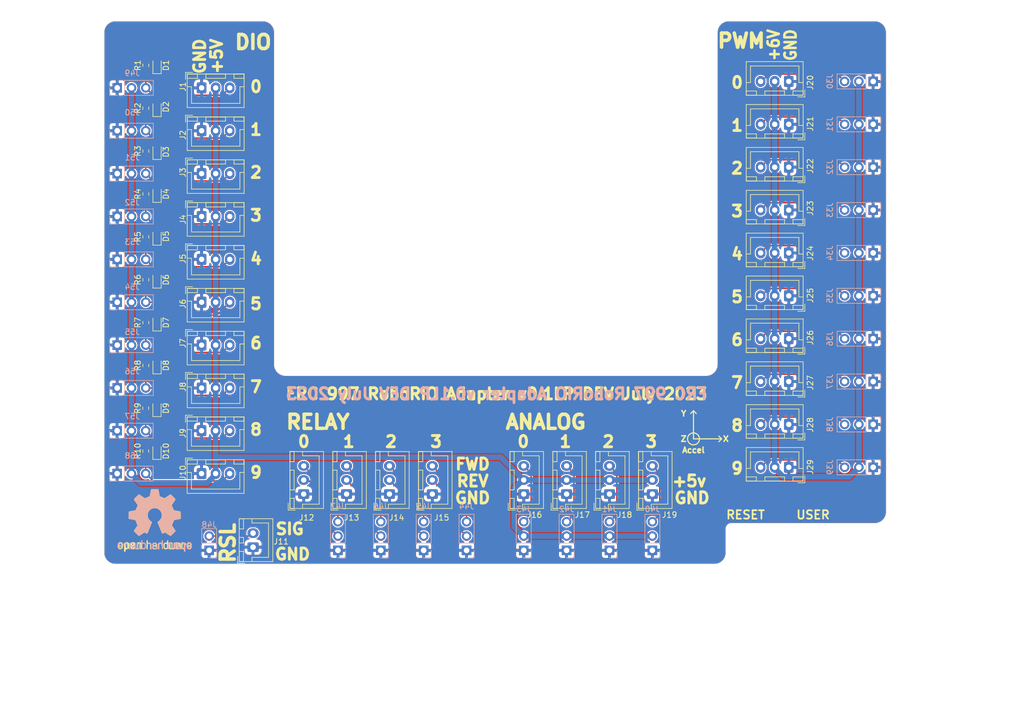
<source format=kicad_pcb>
(kicad_pcb (version 20221018) (generator pcbnew)
  (layers (0 "F.Cu" mixed) (1 "In1.Cu" power) (2 "In2.Cu" power) (31 "B.Cu" power) (34 "B.Paste" user) (35 "F.Paste" user) (36 "B.SilkS" user "B.Silkscreen") (37 "F.SilkS" user "F.Silkscreen") (38 "B.Mask" user) (39 "F.Mask" user) (44 "Edge.Cuts" user))
  (net 0 "")
  (net 1 "GND")
  (net 2 "+5V")
  (net 3 "Net-(D1-A)")
  (net 4 "Net-(D2-A)")
  (net 5 "Net-(D3-A)")
  (net 6 "Net-(D4-A)")
  (net 7 "Net-(D5-A)")
  (net 8 "Net-(D6-A)")
  (net 9 "Net-(D7-A)")
  (net 10 "Net-(D8-A)")
  (net 11 "DIO9")
  (net 12 "DIO8")
  (net 13 "DIO6")
  (net 14 "DIO7")
  (net 15 "DIO3")
  (net 16 "DIO1")
  (net 17 "DIO2")
  (net 18 "DIO4")
  (net 19 "DIO5")
  (net 20 "DIO0")
  (net 21 "Net-(D9-A)")
  (net 22 "RSL_SIG")
  (net 23 "R0REV")
  (net 24 "R0FWD")
  (net 25 "R1REV")
  (net 26 "R1FWD")
  (net 27 "R2REV")
  (net 28 "R2FWD")
  (net 29 "R3REV")
  (net 30 "R3FWD")
  (net 31 "A0")
  (net 32 "A1")
  (net 33 "A2")
  (net 34 "A3")
  (net 35 "+6V")
  (net 36 "PWM0")
  (net 37 "PWM1")
  (net 38 "PWM2")
  (net 39 "PWM3")
  (net 40 "PWM4")
  (net 41 "PWM5")
  (net 42 "PWM6")
  (net 43 "PWM7")
  (net 44 "PWM8")
  (net 45 "PWM9")
  (net 46 "Net-(D10-A)")
  (footprint "Connector_JST:JST_XH_B3B-XH-A_1x03_P2.50mm_Vertical" (layer "F.Cu") (at 186.4341 50.2218 180)
    (fp_text reference "J20")
    (fp_text value "Conn_01x03" hide)
  )
  (footprint "Connector_JST:JST_XH_B3B-XH-A_1x03_P2.50mm_Vertical" (layer "F.Cu") (at 82.0831 104.7044)
    (fp_text reference "J8")
    (fp_text value "Conn_01x03" hide)
  )
  (footprint "Connector_JST:JST_XH_B3B-XH-A_1x03_P2.50mm_Vertical" (layer "F.Cu") (at 162.1911 123.5592 90)
    (fp_text reference "J19")
    (fp_text value "Conn_01x03" hide)
  )
  (footprint "Resistor_SMD:R_0603_1608Metric" (layer "F.Cu") (at 72.1631 62.6044 90)
    (fp_text reference "R3")
    (fp_text value "680" hide)
  )
  (footprint "Connector_JST:JST_XH_B3B-XH-A_1x03_P2.50mm_Vertical" (layer "F.Cu") (at 186.4341 80.7018 180)
    (fp_text reference "J24")
    (fp_text value "Conn_01x03" hide)
  )
  (footprint "Connector_JST:JST_XH_B3B-XH-A_1x03_P2.50mm_Vertical" (layer "F.Cu") (at 186.4341 88.3218 180)
    (fp_text reference "J25")
    (fp_text value "Conn_01x03" hide)
  )
  (footprint "Connector_JST:JST_XH_B3B-XH-A_1x03_P2.50mm_Vertical" (layer "F.Cu") (at 100.225 123.5592 90)
    (fp_text reference "J12")
    (fp_text value "Conn_01x03" hide)
  )
  (footprint "Connector_JST:JST_XH_B3B-XH-A_1x03_P2.50mm_Vertical" (layer "F.Cu") (at 115.465 123.5592 90)
    (fp_text reference "J14")
    (fp_text value "Conn_01x03" hide)
  )
  (footprint "Connector_JST:JST_XH_B3B-XH-A_1x03_P2.50mm_Vertical" (layer "F.Cu") (at 82.0831 58.9844)
    (fp_text reference "J2")
    (fp_text value "Conn_01x03" hide)
  )
  (footprint "Connector_JST:JST_XH_B3B-XH-A_1x03_P2.50mm_Vertical" (layer "F.Cu") (at 186.4341 65.4618 180)
    (fp_text reference "J22")
    (fp_text value "Conn_01x03" hide)
  )
  (footprint "Connector_JST:JST_XH_B3B-XH-A_1x03_P2.50mm_Vertical" (layer "F.Cu") (at 82.0831 97.0844)
    (fp_text reference "J7")
    (fp_text value "Conn_01x03" hide)
  )
  (footprint "Connector_JST:JST_XH_B3B-XH-A_1x03_P2.50mm_Vertical" (layer "F.Cu") (at 139.3311 123.5592 90)
    (fp_text reference "J16")
    (fp_text value "Conn_01x03" hide)
  )
  (footprint "Resistor_SMD:R_0603_1608Metric" (layer "F.Cu") (at 72.1631 100.7044 90)
    (fp_text reference "R8")
    (fp_text value "680" hide)
  )
  (footprint "Connector_JST:JST_XH_B3B-XH-A_1x03_P2.50mm_Vertical" (layer "F.Cu") (at 186.4341 118.8018 180)
    (fp_text reference "J29")
    (fp_text value "Conn_01x03" hide)
  )
  (footprint "Connector_JST:JST_XH_B3B-XH-A_1x03_P2.50mm_Vertical" (layer "F.Cu") (at 82.0681 112.2994)
    (fp_text reference "J9")
    (fp_text value "Conn_01x03" hide)
  )
  (footprint "LED_SMD:LED_0603_1608Metric" (layer "F.Cu") (at 74.1481 115.9194 90)
    (fp_text reference "D10")
    (fp_text value "YELLOW" hide)
  )
  (footprint "Symbol:OSHW-Logo2_14.6x12mm_SilkScreen" (layer "F.Cu") (at 73.75 128.25)
    (fp_text reference "REF**" hide)
    (fp_text value "OSHW-Logo2_14.6x12mm_SilkScreen" hide)
  )
  (footprint "Connector_JST:JST_XH_B3B-XH-A_1x03_P2.50mm_Vertical" (layer "F.Cu") (at 107.845 123.5592 90)
    (fp_text reference "J13")
    (fp_text value "Conn_01x03" hide)
  )
  (footprint "Resistor_SMD:R_0603_1608Metric" (layer "F.Cu") (at 72.1631 93.0844 90)
    (fp_text reference "R7")
    (fp_text value "680" hide)
  )
  (footprint "Connector_JST:JST_XH_B3B-XH-A_1x03_P2.50mm_Vertical" (layer "F.Cu") (at 82.0831 66.6044)
    (fp_text reference "J3")
    (fp_text value "Conn_01x03" hide)
  )
  (footprint "LED_SMD:LED_0603_1608Metric" (layer "F.Cu") (at 74.1631 54.9844 90)
    (fp_text reference "D2")
    (fp_text value "YELLOW" hide)
  )
  (footprint "Resistor_SMD:R_0603_1608Metric" (layer "F.Cu") (at 72.1631 54.9844 90)
    (fp_text reference "R2")
    (fp_text value "680" hide)
  )
  (footprint "LED_SMD:LED_0603_1608Metric" (layer "F.Cu") (at 74.1631 77.8444 90)
    (fp_text reference "D5")
    (fp_text value "RED" hide)
  )
  (footprint "Connector_JST:JST_XH_B3B-XH-A_1x03_P2.50mm_Vertical" (layer "F.Cu") (at 82.0681 119.9194)
    (fp_text reference "J10")
    (fp_text value "Conn_01x03" hide)
  )
  (footprint "Connector_JST:JST_XH_B2B-XH-A_1x02_P2.50mm_Vertical" (layer "F.Cu") (at 91.225 133 90)
    (fp_text reference "J11")
    (fp_text value "Conn_01x02" hide)
  )
  (footprint "Connector_JST:JST_XH_B3B-XH-A_1x03_P2.50mm_Vertical" (layer "F.Cu") (at 82.0831 89.4644)
    (fp_text reference "J6")
    (fp_text value "Conn_01x03" hide)
  )
  (footprint "Resistor_SMD:R_0603_1608Metric" (layer "F.Cu") (at 72.1631 85.4644 90)
    (fp_text reference "R6")
    (fp_text value "680" hide)
  )
  (footprint "Connector_JST:JST_XH_B3B-XH-A_1x03_P2.50mm_Vertical" (layer "F.Cu") (at 146.9511 123.5592 90)
    (fp_text reference "J17")
    (fp_text value "Conn_01x03" hide)
  )
  (footprint "Resistor_SMD:R_0603_1608Metric" (layer "F.Cu") (at 72.1631 47.3644 90)
    (fp_text reference "R1")
    (fp_text value "680" hide)
  )
  (footprint "LED_SMD:LED_0603_1608Metric" (layer "F.Cu") (at 74.1631 85.4644 90)
    (fp_text reference "D6")
    (fp_text value "YELLOW" hide)
  )
  (footprint "Connector_JST:JST_XH_B3B-XH-A_1x03_P2.50mm_Vertical" (layer "F.Cu") (at 82.0831 74.2244)
    (fp_text reference "J4")
    (fp_text value "Conn_01x03" hide)
  )
  (footprint "Resistor_SMD:R_0603_1608Metric" (layer "F.Cu") (at 72.1631 77.8444 90)
    (fp_text reference "R5")
    (fp_text value "680" hide)
  )
  (footprint "LED_SMD:LED_0603_1608Metric" (layer "F.Cu") (at 74.1481 108.2994 90)
    (fp_text reference "D9")
    (fp_text value "RED" hide)
  )
  (footprint "LED_SMD:LED_0603_1608Metric" (layer "F.Cu") (at 74.1631 100.7044 90)
    (fp_text reference "D8")
    (fp_text value "BLUE" hide)
  )
  (footprint "Connector_JST:JST_XH_B3B-XH-A_1x03_P2.50mm_Vertical" (layer "F.Cu") (at 186.4341 103.5618 180)
    (fp_text reference "J27")
    (fp_text value "Conn_01x03" hide)
  )
  (footprint "Connector_JST:JST_XH_B3B-XH-A_1x03_P2.50mm_Vertical" (layer "F.Cu") (at 186.4341 73.0818 180)
    (fp_text reference "J23")
    (fp_text value "Conn_01x03" hide)
  )
  (footprint "Connector_JST:JST_XH_B3B-XH-A_1x03_P2.50mm_Vertical" (layer "F.Cu") (at 82.0831 51.3644)
    (fp_text reference "J1")
    (fp_text value "Conn_01x03" hide)
  )
  (footprint "LED_SMD:LED_0603_1608Metric" (layer "F.Cu") (at 74.1631 62.6044 90)
    (fp_text reference "D3")
    (fp_text value "GREEN" hide)
  )
  (footprint "LED_SMD:LED_0603_1608Metric" (layer "F.Cu") (at 74.1631 47.3644 90)
    (fp_text reference "D1")
    (fp_text value "RED" hide)
  )
  (footprint "LED_SMD:LED_0603_1608Metric" (layer "F.Cu") (at 74.1631 93.0844 90)
    (fp_text reference "D7")
    (fp_text value "GREEN" hide)
  )
  (footprint "Connector_JST:JST_XH_B3B-XH-A_1x03_P2.50mm_Vertical" (layer "F.Cu") (at 82.0831 81.8444)
    (fp_text reference "J5")
    (fp_text value "Conn_01x03" hide)
  )
  (footprint "Resistor_SMD:R_0603_1608Metric" (layer "F.Cu") (at 72.1481 115.9194 90)
    (fp_text reference "R10")
    (fp_text value "680" hide)
  )
  (footprint "Connector_JST:JST_XH_B3B-XH-A_1x03_P2.50mm_Vertical" (layer "F.Cu") (at 123.085 123.5592 90)
    (fp_text reference "J15")
    (fp_text value "Conn_01x03" hide)
  )
  (footprint "LED_SMD:LED_0603_1608Metric" (layer "F.Cu") (at 74.1631 70.2244 90)
    (fp_text reference "D4")
    (fp_text value "BLUE" hide)
  )
  (footprint "Resistor_SMD:R_0603_1608Metric" (layer "F.Cu") (at 72.1631 70.2244 90)
    (fp_text reference "R4")
    (fp_text value "680" hide)
  )
  (footprint "Connector_JST:JST_XH_B3B-XH-A_1x03_P2.50mm_Vertical" (layer "F.Cu") (at 186.4341 95.9418 180)
    (fp_text reference "J26")
    (fp_text value "Conn_01x03" hide)
  )
  (footprint "Connector_JST:JST_XH_B3B-XH-A_1x03_P2.50mm_Vertical" (layer "F.Cu") (at 154.5711 123.5592 90)
    (fp_text reference "J18")
    (fp_text value "Conn_01x03" hide)
  )
  (footprint "Resistor_SMD:R_0603_1608Metric" (layer "F.Cu") (at 72.1481 108.2994 90)
    (fp_text reference "R9")
    (fp_text value "680" hide)
  )
  (footprint "Connector_JST:JST_XH_B3B-XH-A_1x03_P2.50mm_Vertical" (layer "F.Cu") (at 186.4341 57.8418 180)
    (fp_text reference "J21")
    (fp_text value "Conn_01x03" hide)
  )
  (footprint "Connector_JST:JST_XH_B3B-XH-A_1x03_P2.50mm_Vertical" (layer "F.Cu") (at 186.4341 111.1818 180)
    (fp_text reference "J28")
    (fp_text value "Conn_01x03" hide)
  )
  (footprint "Connector_PinSocket_2.54mm:PinSocket_1x03_P2.54mm_Vertical" (layer "B.Cu") (at 67.0831 104.7044 -90)
    (fp_text reference "J56")
    (fp_text value "Conn_01x03" hide)
  )
  (footprint "Connector_PinSocket_2.54mm:PinSocket_1x03_P2.54mm_Vertical" (layer "B.Cu") (at 129.1711 133.5592)
    (fp_text reference "J44")
    (fp_text value "Conn_01x03" hide)
  )
  (footprint "Connector_PinSocket_2.54mm:PinSocket_1x03_P2.54mm_Vertical" (layer "B.Cu") (at 67.0681 112.2994 -90)
    (fp_text reference "J57")
    (fp_text value "Conn_01x03" hide)
  )
  (footprint "Connector_PinSocket_2.54mm:PinSocket_1x03_P2.54mm_Vertical" (layer "B.Cu") (at 201.4341 103.5618 90)
    (fp_text reference "J37")
    (fp_text value "Conn_01x03" hide)
  )
  (footprint "Connector_PinSocket_2.54mm:PinSocket_1x03_P2.54mm_Vertical" (layer "B.Cu") (at 154.5711 133.5592)
    (fp_text reference "J41")
    (fp_text value "Conn_01x03" hide)
  )
  (footprint "Connector_PinSocket_2.54mm:PinSocket_1x03_P2.54mm_Vertical" (layer "B.Cu") (at 121.5511 133.5592)
    (fp_text reference "J45")
    (fp_text value "Conn_01x03" hide)
  )
  (footprint "Connector_PinSocket_2.54mm:PinSocket_1x03_P2.54mm_Vertical" (layer "B.Cu") (at 67.0831 97.0844 -90)
    (fp_text reference "J55")
    (fp_text value "Conn_01x03" hide)
  )
  (footprint "Connector_PinSocket_2.54mm:PinSocket_1x03_P2.54mm_Vertical" (layer "B.Cu") (at 201.4341 118.8018 90)
    (fp_text reference "J39")
    (fp_text value "Conn_01x03" hide)
  )
  (footprint "Connector_PinSocket_2.54mm:PinSocket_1x03_P2.54mm_Vertical" (layer "B.Cu") (at 162.1911 133.5592)
    (fp_text reference "J40")
    (fp_text value "Conn_01x03" hide)
  )
  (footprint "Connector_PinSocket_2.54mm:PinSocket_1x03_P2.54mm_Vertical" (layer "B.Cu") (at 201.4341 95.9418 90)
    (fp_text reference "J36")
    (fp_text value "Conn_01x03" hide)
  )
  (footprint "Connector_PinSocket_2.54mm:PinSocket_1x03_P2.54mm_Vertical" (layer "B.Cu") (at 201.4341 73.0818 90)
    (fp_text reference "J33")
    (fp_text value "Conn_01x03" hide)
  )
  (footprint "Connector_PinSocket_2.54mm:PinSocket_1x03_P2.54mm_Vertical" (layer "B.Cu") (at 67.0831 51.3644 -90)
    (fp_text reference "J49")
    (fp_text value "Conn_01x03" hide)
  )
  (footprint "Connector_PinSocket_2.54mm:PinSocket_1x03_P2.54mm_Vertical" (layer "B.Cu") (at 67.0831 58.9844 -90)
    (fp_text reference "J50")
    (fp_text value "Conn_01x03" hide)
  )
  (footprint "Connector_PinSocket_2.54mm:PinSocket_1x02_P2.54mm_Vertical" (layer "B.Cu") (at 83.4257 133.5592)
    (fp_text reference "J48")
    (fp_text value "Conn_01x02" hide)
  )
  (footprint "Connector_PinSocket_2.54mm:PinSocket_1x03_P2.54mm_Vertical" (layer "B.Cu") (at 146.9511 133.5592)
    (fp_text reference "J42")
    (fp_text value "Conn_01x03" hide)
  )
  (footprint "Connector_PinSocket_2.54mm:PinSocket_1x03_P2.54mm_Vertical" (layer "B.Cu") (at 201.4341 80.7018 90)
    (fp_text reference "J34")
    (fp_text value "Conn_01x03" hide)
  )
  (footprint "Connector_PinSocket_2.54mm:PinSocket_1x03_P2.54mm_Vertical" (layer "B.Cu") (at 113.9311 133.5592)
    (fp_text reference "J46")
    (fp_text value "Conn_01x03" hide)
  )
  (footprint "Connector_PinSocket_2.54mm:PinSocket_1x03_P2.54mm_Vertical" (layer "B.Cu") (at 67.0831 81.8444 -90)
    (fp_text reference "J53")
    (fp_text value "Conn_01x03" hide)
  )
  (footprint "Connector_PinSocket_2.54mm:PinSocket_1x03_P2.54mm_Vertical" (layer "B.Cu") (at 201.4341 50.2218 90)
    (fp_text reference "J30")
    (fp_text value "Conn_01x03" hide)
  )
  (footprint "Connector_PinSocket_2.54mm:PinSocket_1x03_P2.54mm_Vertical" (layer "B.Cu") (at 67.0681 119.9194 -90)
    (fp_text reference "J58")
    (fp_text value "Conn_01x03" hide)
  )
  (footprint "Connector_PinSocket_2.54mm:PinSocket_1x03_P2.54mm_Vertical" (layer "B.Cu") (at 201.4341 57.8418 90)
    (fp_text reference "J31")
    (fp_text value "Conn_01x03" hide)
  )
  (footprint "Connector_PinSocket_2.54mm:PinSocket_1x03_P2.54mm_Vertical" (layer "B.Cu") (at 139.3311 133.5592)
    (fp_text reference "J43")
    (fp_text value "Conn_01x03" hide)
  )
  (footprint "Connector_PinSocket_2.54mm:PinSocket_1x03_P2.54mm_Vertical" (layer "B.Cu") (at 67.0831 74.2244 -90)
    (fp_text reference "J52")
    (fp_text value "Conn_01x03" hide)
  )
  (footprint "Connector_PinSocket_2.54mm:PinSocket_1x03_P2.54mm_Vertical" (layer "B.Cu") (at 201.4341 88.3218 90)
    (fp_text reference "J35")
    (fp_text value "Conn_01x03" hide)
  )
  (footprint "Connector_PinSocket_2.54mm:PinSocket_1x03_P2.54mm_Vertical" (layer "B.Cu") (at 201.4341 65.4618 90)
    (fp_text reference "J32")
    (fp_text value "Conn_01x03" hide)
  )
  (footprint "Connector_PinSocket_2.54mm:PinSocket_1x03_P2.54mm_Vertical" (layer "B.Cu") (at 67.0831 66.6044 -90)
    (fp_text reference "J51")
    (fp_text value "Conn_01x03" hide)
  )
  (footprint "Symbol:OSHW-Logo2_14.6x12mm_SilkScreen" (layer "B.Cu") (at 73.75 128.25 180)
    (fp_text reference "REF**" hide)
    (fp_text value "OSHW-Logo2_14.6x12mm_SilkScreen" hide)
  )
  (footprint "Connector_PinSocket_2.54mm:PinSocket_1x03_P2.54mm_Vertical" (layer "B.Cu") (at 201.4341 111.1818 90)
    (fp_text reference "J38")
    (fp_text value "Conn_01x03" hide)
  )
  (footprint "Connector_PinSocket_2.54mm:PinSocket_1x03_P2.54mm_Vertical" (layer "B.Cu") (at 106.3111 133.5592)
    (fp_text reference "J47")
    (fp_text value "Conn_01x03" hide)
  )
  (footprint "Connector_PinSocket_2.54mm:PinSocket_1x03_P2.54mm_Vertical" (layer "B.Cu") (at 67.0831 89.4644 -90)
    (fp_text reference "J54")
    (fp_text value "Conn_01x03" hide)
  )
  (gr_line (start 169.5 108.75) (end 170 109.25) (stroke (width 0.2)) (layer "F.SilkS"))
  (gr_line (start 169.5 108.75) (end 169 109.25) (stroke (width 0.2)) (layer "F.SilkS"))
  (gr_line (start 169.5 113.75) (end 169.5 108.75) (stroke (width 0.2)) (layer "F.SilkS"))
  (gr_line (start 169.5 113.75) (end 174.5 113.75) (stroke (width 0.2)) (layer "F.SilkS"))
  (gr_circle (center 169.5 113.75) (end 170.56066 113.75) (stroke (width 0.2)) (fill none) (layer "F.SilkS"))
  (gr_line (start 174.5 113.75) (end 174 113.25) (stroke (width 0.2)) (layer "F.SilkS"))
  (gr_line (start 174.5 113.75) (end 174 114.25) (stroke (width 0.2)) (layer "F.SilkS"))
  (gr_arc (start 93 39.5) (mid 94.414214 40.085786) (end 95 41.5) (stroke (width 0.05)) (layer "Edge.Cuts"))
  (gr_arc (start 173.75 41.5) (mid 174.335786 40.085786) (end 175.75 39.5) (stroke (width 0.05)) (layer "Edge.Cuts"))
  (gr_line (start 173.25 136) (end 66.75 136) (stroke (width 0.05)) (layer "Edge.Cuts"))
  (gr_arc (start 175.25 129.75) (mid 175.542893 129.042893) (end 176.25 128.75) (stroke (width 0.05)) (layer "Edge.Cuts"))
  (gr_line (start 175.25 129.75) (end 175.25 134) (stroke (width 0.05)) (layer "Edge.Cuts"))
  (gr_arc (start 175.25 134) (mid 174.664214 135.414214) (end 173.25 136) (stroke (width 0.05)) (layer "Edge.Cuts"))
  (gr_line (start 171.75 102.5) (end 97 102.5) (stroke (width 0.05)) (layer "Edge.Cuts"))
  (gr_arc (start 203.75 126.75) (mid 203.164214 128.164214) (end 201.75 128.75) (stroke (width 0.05)) (layer "Edge.Cuts"))
  (gr_line (start 201.75 39.5) (end 175.75 39.5) (stroke (width 0.05)) (layer "Edge.Cuts"))
  (gr_arc (start 173.75 100.5) (mid 173.164214 101.914214) (end 171.75 102.5) (stroke (width 0.05)) (layer "Edge.Cuts"))
  (gr_line (start 93 39.5) (end 66.75 39.5) (stroke (width 0.05)) (layer "Edge.Cuts"))
  (gr_line (start 203.75 126.75) (end 203.75 41.5) (stroke (width 0.05)) (layer "Edge.Cuts"))
  (gr_arc (start 64.75 41.5) (mid 65.335786 40.085786) (end 66.75 39.5) (stroke (width 0.05)) (layer "Edge.Cuts"))
  (gr_arc (start 201.75 39.5) (mid 203.164214 40.085786) (end 203.75 41.5) (stroke (width 0.05)) (layer "Edge.Cuts"))
  (gr_line (start 64.75 41.5) (end 64.75 134) (stroke (width 0.05)) (layer "Edge.Cuts"))
  (gr_line (start 95 41.5) (end 95 100.5) (stroke (width 0.05)) (layer "Edge.Cuts"))
  (gr_arc (start 97 102.5) (mid 95.585786 101.914214) (end 95 100.5) (stroke (width 0.05)) (layer "Edge.Cuts"))
  (gr_line (start 173.75 100.5) (end 173.75 41.5) (stroke (width 0.05)) (layer "Edge.Cuts"))
  (gr_arc (start 66.75 136) (mid 65.335786 135.414214) (end 64.75 134) (stroke (width 0.05)) (layer "Edge.Cuts"))
  (gr_line (start 176.25 128.75) (end 201.75 128.75) (stroke (width 0.05)) (layer "Edge.Cuts"))
  (gr_text "FRC 997 RoboRIO Adapter v0.1LP DEV July 2023" (at 134.5 105.75) (layer "B.SilkS") (effects (font (size 2 2) (thickness 0.5)) (justify mirror)))
  (gr_text "GND" (at 98.25 134.25) (layer "F.SilkS") (effects (font (size 2 2) (thickness 0.5))))
  (gr_text "1" (at 177.25 58.0418) (layer "F.SilkS") (effects (font (size 2 2) (thickness 0.5))))
  (gr_text "RESET" (at 178.75 127.25) (layer "F.SilkS") (effects (font (size 1.5 1.5) (thickness 0.3))))
  (gr_text "ANALOG" (at 143.25 110.75) (layer "F.SilkS") (effects (font (size 2.5 2.5) (thickness 0.625))))
  (gr_text "0" (at 91.75 51.1644) (layer "F.SilkS") (effects (font (size 2 2) (thickness 0.5))))
  (gr_text "0" (at 100.25 114.25) (layer "F.SilkS") (effects (font (size 2 2) (thickness 0.5))))
  (gr_text "DIO" (at 91.25 43.25) (layer "F.SilkS") (effects (font (size 2.5 2.5) (thickness 0.625))))
  (gr_text "2" (at 154.3711 114.25) (layer "F.SilkS") (effects (font (size 2 2) (thickness 0.5))))
  (gr_text "FWD" (at 130.25 118.25) (layer "F.SilkS") (effects (font (size 2 2) (thickness 0.5))))
  (gr_text "RELAY" (at 102.75 110.75) (layer "F.SilkS") (effects (font (size 2.5 2.5) (thickness 0.625))))
  (gr_text "2" (at 115.75 114.25) (layer "F.SilkS") (effects (font (size 2 2) (thickness 0.5))))
  (gr_text "Z" (at 167.75 113.75) (layer "F.SilkS") (effects (font (size 1 1) (thickness 0.25))))
  (gr_text "6" (at 177.25 96.1418) (layer "F.SilkS") (effects (font (size 2 2) (thickness 0.5))))
  (gr_text "GND" (at 81.75 45.75 90) (layer "F.SilkS") (effects (font (size 2 2) (thickness 0.5))))
  (gr_text "0" (at 139.25 114.25) (layer "F.SilkS") (effects (font (size 2 2) (thickness 0.5))))
  (gr_text "6" (at 91.75 96.75) (layer "F.SilkS") (effects (font (size 2 2) (thickness 0.5))))
  (gr_text "3" (at 91.75 74.0244) (layer "F.SilkS") (effects (font (size 2 2) (thickness 0.5))))
  (gr_text "2" (at 91.75 66.4044) (layer "F.SilkS") (effects (font (size 2 2) (thickness 0.5))))
  (gr_text "SIG" (at 97.75 129.75) (layer "F.SilkS") (effects (font (size 2 2) (thickness 0.5))))
  (gr_text "+5V" (at 84.75 45.75 90) (layer "F.SilkS") (effects (font (size 2 2) (thickness 0.5))))
  (gr_text "REV" (at 130.25 121.25) (layer "F.SilkS") (effects (font (size 2 2) (thickness 0.5))))
  (gr_text "7" (at 91.75 104.5044) (layer "F.SilkS") (effects (font (size 2 2) (thickness 0.5))))
  (gr_text "RSL" (at 86.75 132.25 90) (layer "F.SilkS") (effects (font (size 2.5 2.5) (thickness 0.625))))
  (gr_text "4" (at 91.75 81.75) (layer "F.SilkS") (effects (font (size 2 2) (thickness 0.5))))
  (gr_text "GND" (at 169.25 124.25) (layer "F.SilkS") (effects (font (size 2 2) (thickness 0.5))))
  (gr_text "+5v" (at 168.75 121.25) (layer "F.SilkS") (effects (font (size 2 2) (thickness 0.5))))
  (gr_text "3" (at 161.9911 114.25) (layer "F.SilkS") (effects (font (size 2 2) (thickness 0.5))))
  (gr_text "+6V" (at 183.75 43.75 90) (layer "F.SilkS") (effects (font (size 2 1.8) (thickness 0.45))))
  (gr_text "2" (at 177.25 65.6618) (layer "F.SilkS") (effects (font (size 2 2) (thickness 0.5))))
  (gr_text "1" (at 108.25 114.25) (layer "F.SilkS") (effects (font (size 2 2) (thickness 0.5))))
  (gr_text "FRC 997 RoboRIO Adapter v0.1LP DEV July 2023" (at 134.5 105.75) (layer "F.SilkS") (effects (font (size 2 2) (thickness 0.5))))
  (gr_text "9" (at 91.75 119.7194) (layer "F.SilkS") (effects (font (size 2 2) (thickness 0.5))))
  (gr_text "PWM" (at 178 43) (layer "F.SilkS") (effects (font (size 2.5 2.5) (thickness 0.625))))
  (gr_text "Y" (at 167.75 109.25) (layer "F.SilkS") (effects (font (size 1 1) (thickness 0.25))))
  (gr_text "0" (at 177.25 50.4218) (layer "F.SilkS") (effects (font (size 2 2) (thickness 0.5))))
  (gr_text "Accel" (at 169.5 115.75) (layer "F.SilkS") (effects (font (size 1 1) (thickness 0.25))))
  (gr_text "GND" (at 130.25 124.25) (layer "F.SilkS") (effects (font (size 2 2) (thickness 0.5))))
  (gr_text "1" (at 146.7511 114.25) (layer "F.SilkS") (effects (font (size 2 2) (thickness 0.5))))
  (gr_text "5" (at 177.25 88.5218) (layer "F.SilkS") (effects (font (size 2 2) (thickness 0.5))))
  (gr_text "3" (at 123.75 114.25) (layer "F.SilkS") (effects (font (size 2 2) (thickness 0.5))))
  (gr_text "8" (at 177.25 111.3818) (layer "F.SilkS") (effects (font (size 2 2) (thickness 0.5))))
  (gr_text "GND" (at 186.75 43.75 90) (layer "F.SilkS") (effects (font (size 2 1.8) (thickness 0.45))))
  (gr_text "3" (at 177.25 73.2818) (layer "F.SilkS") (effects (font (size 2 2) (thickness 0.5))))
  (gr_text "1" (at 91.75 58.7844) (layer "F.SilkS") (effects (font (size 2 2) (thickness 0.5))))
  (gr_text "9" (at 177.25 119.0018) (layer "F.SilkS") (effects (font (size 2 2) (thickness 0.5))))
  (gr_text "USER" (at 190.75 127.25) (layer "F.SilkS") (effects (font (size 1.5 1.5) (thickness 0.3))))
  (gr_text "8" (at 91.75 112.0994) (layer "F.SilkS") (effects (font (size 2 2) (thickness 0.5))))
  (gr_text "4" (at 177.25 80.9018) (layer "F.SilkS") (effects (font (size 2 2) (thickness 0.5))))
  (gr_text "5" (at 91.75 89.75) (layer "F.SilkS") (effects (font (size 2 2) (thickness 0.5))))
  (gr_text "7" (at 177.25 103.7618) (layer "F.SilkS") (effects (font (size 2 2) (thickness 0.5))))
  (gr_text "X" (at 175.25 113.75) (layer "F.SilkS") (effects (font (size 1 1) (thickness 0.25))))
  (segment (start 84.5831 66.6044) (end 84.5831 51.3644) (width 1) (layer "B.Cu") (net 2))
  (segment (start 69.6231 51.3644) (end 69.6231 58.9844) (width 1) (layer "B.Cu") (net 2))
  (segment (start 85.132 117.0042) (end 84.5681 117.5681) (width 1) (layer "B.Cu") (net 2))
  (segment (start 84.5681 117.5681) (end 84.5681 104.7194) (width 1) (layer "B.Cu") (net 2))
  (segment (start 137.6511 122.563626) (end 139.155526 121.0592) (width 1) (layer "B.Cu") (net 2))
  (segment (start 139.3311 121.0592) (end 162.1911 121.0592) (width 1) (layer "B.Cu") (net 2))
  (segment (start 69.6231 104.7044) (end 69.6231 119.9044) (width 1) (layer "B.Cu") (net 2))
  (segment (start 69.6081 119.9194) (end 71.2881 121.5994) (width 1) (layer "B.Cu") (net 2))
  (segment (start 69.6231 58.9844) (end 69.6231 81.8444) (width 1) (layer "B.Cu") (net 2))
  (segment (start 135.2761 117.0042) (end 85.132 117.0042) (width 1) (layer "B.Cu") (net 2))
  (segment (start 84.5831 81.8444) (end 84.5831 66.6044) (width 1) (layer "B.Cu") (net 2))
  (segment (start 83.063674 121.5994) (end 84.5681 120.094974) (width 1) (layer "B.Cu") (net 2))
  (segment (start 84.5831 97.0844) (end 84.5831 81.8444) (width 1) (layer "B.Cu") (net 2))
  (segment (start 139.3311 131.0192) (end 137.6511 129.3392) (width 1) (layer "B.Cu") (net 2))
  (segment (start 137.6511 129.3392) (end 137.6511 122.563626) (width 1) (layer "B.Cu") (net 2))
  (segment (start 84.5681 119.9194) (end 84.5681 117.5681) (width 1) (layer "B.Cu") (net 2))
  (segment (start 71.2881 121.5994) (end 83.063674 121.5994) (width 1) (layer "B.Cu") (net 2))
  (segment (start 162.1911 131.0192) (end 139.3311 131.0192) (width 1) (layer "B.Cu") (net 2))
  (segment (start 69.6231 81.8444) (end 69.6231 104.7044) (width 1) (layer "B.Cu") (net 2))
  (segment (start 139.3311 121.0592) (end 135.2761 117.0042) (width 1) (layer "B.Cu") (net 2))
  (segment (start 84.5831 104.7044) (end 84.5831 97.0844) (width 1) (layer "B.Cu") (net 2))
  (segment (start 72.1631 46.5394) (end 74.1256 46.5394) (width 0.25) (layer "F.Cu") (net 3))
  (segment (start 72.1631 54.1594) (end 74.1256 54.1594) (width 0.25) (layer "F.Cu") (net 4))
  (segment (start 72.1631 61.7794) (end 74.1256 61.7794) (width 0.25) (layer "F.Cu") (net 5))
  (segment (start 72.1631 69.3994) (end 74.1256 69.3994) (width 0.25) (layer "F.Cu") (net 6))
  (segment (start 72.1631 77.0194) (end 74.1256 77.0194) (width 0.25) (layer "F.Cu") (net 7))
  (segment (start 72.1631 84.6394) (end 74.1256 84.6394) (width 0.25) (layer "F.Cu") (net 8))
  (segment (start 72.1631 92.2594) (end 74.1256 92.2594) (width 0.25) (layer "F.Cu") (net 9))
  (segment (start 72.1631 99.8794) (end 74.1256 99.8794) (width 0.25) (layer "F.Cu") (net 10))
  (segment (start 85.7631 121.2244) (end 87.0681 119.9194) (width 0.25) (layer "F.Cu") (net 11))
  (segment (start 73.4531 121.2244) (end 85.7631 121.2244) (width 0.25) (layer "F.Cu") (net 11))
  (segment (start 72.1481 116.7444) (end 72.1481 119.9194) (width 0.25) (layer "F.Cu") (net 11))
  (segment (start 72.1481 119.9194) (end 73.4531 121.2244) (width 0.25) (layer "F.Cu") (net 11))
  (segment (start 72.1481 112.2994) (end 72.1481 109.1244) (width 0.25) (layer "F.Cu") (net 12))
  (segment (start 73.4531 113.6044) (end 85.7631 113.6044) (width 0.25) (layer "F.Cu") (net 12))
  (segment (start 85.7631 113.6044) (end 87.0681 112.2994) (width 0.25) (layer "F.Cu") (net 12))
  (segment (start 72.1481 112.2994) (end 73.4531 113.6044) (width 0.25) (layer "F.Cu") (net 12))
  (segment (start 72.1631 97.0844) (end 73.4681 98.3894) (width 0.25) (layer "F.Cu") (net 13))
  (segment (start 72.1631 93.9094) (end 72.1631 97.0844) (width 0.25) (layer "F.Cu") (net 13))
  (segment (start 85.7781 98.3894) (end 87.0831 97.0844) (width 0.25) (layer "F.Cu") (net 13))
  (segment (start 73.4681 98.3894) (end 85.7781 98.3894) (width 0.25) (layer "F.Cu") (net 13))
  (segment (start 72.1631 104.7044) (end 73.365181 104.7044) (width 0.25) (layer "F.Cu") (net 14))
  (segment (start 72.1631 104.7044) (end 72.1631 101.5294) (width 0.25) (layer "F.Cu") (net 14))
  (segment (start 74.670181 106.0094) (end 85.7781 106.0094) (width 0.25) (layer "F.Cu") (net 14))
  (segment (start 85.7781 106.0094) (end 87.0831 104.7044) (width 0.25) (layer "F.Cu") (net 14))
  (segment (start 73.365181 104.7044) (end 74.670181 106.0094) (width 0.25) (layer "F.Cu") (net 14))
  (segment (start 73.4681 75.5294) (end 85.7781 75.5294) (width 0.25) (layer "F.Cu") (net 15))
  (segment (start 72.1631 74.2244) (end 73.4681 75.5294) (width 0.25) (layer "F.Cu") (net 15))
  (segment (start 72.1481 71.0244) (end 72.1481 74.1994) (width 0.25) (layer "F.Cu") (net 15))
  (segment (start 85.7781 75.5294) (end 87.0831 74.2244) (width 0.25) (layer "F.Cu") (net 15))
  (segment (start 73.4681 60.2894) (end 85.7781 60.2894) (width 0.25) (layer "F.Cu") (net 16))
  (segment (start 72.1481 58.9594) (end 72.1481 55.7844) (width 0.25) (layer "F.Cu") (net 16))
  (segment (start 72.1631 58.9844) (end 73.4681 60.2894) (width 0.25) (layer "F.Cu") (net 16))
  (segment (start 85.7781 60.2894) (end 87.0831 58.9844) (width 0.25) (layer "F.Cu") (net 16))
  (segment (start 73.4681 67.9094) (end 85.7781 67.9094) (width 0.25) (layer "F.Cu") (net 17))
  (segment (start 72.1631 66.6044) (end 73.4681 67.9094) (width 0.25) (layer "F.Cu") (net 17))
  (segment (start 85.7781 67.9094) (end 87.0831 66.6044) (width 0.25) (layer "F.Cu") (net 17))
  (segment (start 72.1481 63.4044) (end 72.1481 66.5794) (width 0.25) (layer "F.Cu") (net 17))
  (segment (start 73.4681 83.1494) (end 85.7781 83.1494) (width 0.25) (layer "F.Cu") (net 18))
  (segment (start 85.7781 83.1494) (end 87.0831 81.8444) (width 0.25) (layer "F.Cu") (net 18))
  (segment (start 72.1481 78.6444) (end 72.1481 81.8194) (width 0.25) (layer "F.Cu") (net 18))
  (segment (start 72.1631 81.8444) (end 73.4681 83.1494) (width 0.25) (layer "F.Cu") (net 18))
  (segment (start 72.1631 89.4644) (end 73.365181 89.4644) (width 0.25) (layer "F.Cu") (net 19))
  (segment (start 73.365181 89.4644) (end 75.650781 91.75) (width 0.25) (layer "F.Cu") (net 19))
  (segment (start 72.1481 86.2644) (end 72.1481 89.4394) (width 0.25) (layer "F.Cu") (net 19))
  (segment (start 75.650781 91.75) (end 84.7975 91.75) (width 0.25) (layer "F.Cu") (net 19))
  (segment (start 84.7975 91.75) (end 87.0831 89.4644) (width 0.25) (layer "F.Cu") (net 19))
  (segment (start 85.7781 52.6694) (end 87.0831 51.3644) (width 0.25) (layer "F.Cu") (net 20))
  (segment (start 73.4681 52.6694) (end 85.7781 52.6694) (width 0.25) (layer "F.Cu") (net 20))
  (segment (start 72.1631 48.1894) (end 72.1631 51.3644) (width 0.25) (layer "F.Cu") (net 20))
  (segment (start 72.1631 51.3644) (end 73.4681 52.6694) (width 0.25) (layer "F.Cu") (net 20))
  (segment (start 72.1481 107.4744) (end 74.1106 107.4744) (width 0.25) (layer "F.Cu") (net 21))
  (segment (start 83.4257 131.0192) (end 90.7058 131.0192) (width 0.25) (layer "F.Cu") (net 22))
  (segment (start 104.75 129.4581) (end 106.3111 131.0192) (width 0.25) (layer "F.Cu") (net 23))
  (segment (start 104.75 124.75) (end 104.75 129.4581) (width 0.25) (layer "F.Cu") (net 23))
  (segment (start 101.0592 121.0592) (end 104.75 124.75) (width 0.25) (layer "F.Cu") (net 23))
  (segment (start 106.3111 128.4792) (end 106.3111 124.6453) (width 0.25) (layer "F.Cu") (net 24))
  (segment (start 106.3111 124.6453) (end 100.225 118.5592) (width 0.25) (layer "F.Cu") (net 24))
  (segment (start 112.7511 125.9653) (end 112.7511 129.8392) (width 0.25) (layer "F.Cu") (net 25))
  (segment (start 112.7511 129.8392) (end 113.9311 131.0192) (width 0.25) (layer "F.Cu") (net 25))
  (segment (start 107.845 121.0592) (end 112.7511 125.9653) (width 0.25) (layer "F.Cu") (net 25))
  (segment (start 107.845 118.5592) (end 113.9311 124.6453) (width 0.25) (layer "F.Cu") (net 26))
  (segment (start 113.9311 124.6453) (end 113.9311 128.4792) (width 0.25) (layer "F.Cu") (net 26))
  (segment (start 115.465 121.0592) (end 120.3711 125.9653) (width 0.25) (layer "F.Cu") (net 27))
  (segment (start 120.3711 125.9653) (end 120.3711 129.8392) (width 0.25) (layer "F.Cu") (net 27))
  (segment (start 120.3711 129.8392) (end 121.5511 131.0192) (width 0.25) (layer "F.Cu") (net 27))
  (segment (start 115.465 118.5592) (end 121.5511 124.6453) (width 0.25) (layer "F.Cu") (net 28))
  (segment (start 121.5511 124.6453) (end 121.5511 128.4792) (width 0.25) (layer "F.Cu") (net 28))
  (segment (start 123.085 121.0592) (end 127.9911 125.9653) (width 0.25) (layer "F.Cu") (net 29))
  (segment (start 127.9911 125.9653) (end 127.9911 129.8392) (width 0.25) (layer "F.Cu") (net 29))
  (segment (start 127.9911 129.8392) (end 129.1711 131.0192) (width 0.25) (layer "F.Cu") (net 29))
  (segment (start 123.085 118.5592) (end 129.1711 124.6453) (width 0.25) (layer "F.Cu") (net 30))
  (segment (start 129.1711 124.6453) (end 129.1711 128.4792) (width 0.25) (layer "F.Cu") (net 30))
  (segment (start 140.6361 127.1742) (end 139.3311 128.4792) (width 0.25) (layer "F.Cu") (net 31))
  (segment (start 140.6361 119.8642) (end 140.6361 127.1742) (width 0.25) (layer "F.Cu") (net 31))
  (segment (start 139.3311 118.5592) (end 140.6361 119.8642) (width 0.25) (layer "F.Cu") (net 31))
  (segment (start 148.2561 119.8642) (end 148.2561 127.1742) (width 0.25) (layer "F.Cu") (net 32))
  (segment (start 146.9511 118.5592) (end 148.2561 119.8642) (width 0.25) (layer "F.Cu") (net 32))
  (segment (start 148.2561 127.1742) (end 146.9511 128.4792) (width 0.25) (layer "F.Cu") (net 32))
  (segment (start 154.5711 118.5592) (end 155.8761 119.8642) (width 0.25) (layer "F.Cu") (net 33))
  (segment (start 155.8761 119.8642) (end 155.8761 127.1742) (width 0.25) (layer "F.Cu") (net 33))
  (segment (start 155.8761 127.1742) (end 154.5711 128.4792) (width 0.25) (layer "F.Cu") (net 33))
  (segment (start 162.1911 118.5592) (end 163.4961 119.8642) (width 0.25) (layer "F.Cu") (net 34))
  (segment (start 163.4961 119.8642) (end 163.4961 127.1742) (width 0.25) (layer "F.Cu") (net 34))
  (segment (start 163.4961 127.1742) (end 162.1911 128.4792) (width 0.25) (layer "F.Cu") (net 34))
  (segment (start 198.8941 118.8018) (end 197.2141 120.4818) (width 1) (layer "B.Cu") (net 35))
  (segment (start 198.8941 65.4618) (end 198.8941 50.2218) (width 1) (layer "B.Cu") (net 35))
  (segment (start 183.9341 118.8018) (end 183.9341 95.9418) (width 1) (layer "B.Cu") (net 35))
  (segment (start 198.8941 111.1818) (end 198.8941 118.8018) (width 1) (layer "B.Cu") (net 35))
  (segment (start 198.8941 88.3218) (end 198.8941 65.4618) (width 1) (layer "B.Cu") (net 35))
  (segment (start 183.9341 103.5618) (end 183.9341 73.0818) (width 1) (layer "B.Cu") (net 35))
  (segment (start 198.8941 111.1818) (end 198.8941 88.3218) (width 1) (layer "B.Cu") (net 35))
  (segment (start 185.438526 120.4818) (end 183.9341 118.977374) (width 1) (layer "B.Cu") (net 35))
  (segment (start 197.2141 120.4818) (end 185.438526 120.4818) (width 1) (layer "B.Cu") (net 35))
  (segment (start 183.9341 80.7018) (end 183.9341 50.2218) (width 1) (layer "B.Cu") (net 35))
  (segment (start 182.8641 48.9168) (end 195.0491 48.9168) (width 0.25) (layer "F.Cu") (net 36))
  (segment (start 195.0491 48.9168) (end 196.3541 50.2218) (width 0.25) (layer "F.Cu") (net 36))
  (segment (start 181.5591 50.2218) (end 182.8641 48.9168) (width 0.25) (layer "F.Cu") (net 36))
  (segment (start 182.7391 56.5368) (end 195.0491 56.5368) (width 0.25) (layer "F.Cu") (net 37))
  (segment (start 181.4341 57.8418) (end 182.7391 56.5368) (width 0.25) (layer "F.Cu") (net 37))
  (segment (start 195.0491 56.5368) (end 196.3541 57.8418) (width 0.25) (layer "F.Cu") (net 37))
  (segment (start 195.0491 64.1568) (end 196.3541 65.4618) (width 0.25) (layer "F.Cu") (net 38))
  (segment (start 181.4341 65.4618) (end 182.7391 64.1568) (width 0.25) (layer "F.Cu") (net 38))
  (segment (start 182.7391 64.1568) (end 195.0491 64.1568) (width 0.25) (layer "F.Cu") (net 38))
  (segment (start 181.4341 73.0818) (end 182.7391 71.7768) (width 0.25) (layer "F.Cu") (net 39))
  (segment (start 182.7391 71.7768) (end 195.0491 71.7768) (width 0.25) (layer "F.Cu") (net 39))
  (segment (start 195.0491 71.7768) (end 196.3541 73.0818) (width 0.25) (layer "F.Cu") (net 39))
  (segment (start 181.4341 80.7018) (end 182.7391 79.3968) (width 0.25) (layer "F.Cu") (net 40))
  (segment (start 182.7391 79.3968) (end 195.0491 79.3968) (width 0.25) (layer "F.Cu") (net 40))
  (segment (start 195.0491 79.3968) (end 196.3541 80.7018) (width 0.25) (layer "F.Cu") (net 40))
  (segment (start 181.5591 88.3218) (end 182.8641 87.0168) (width 0.25) (layer "F.Cu") (net 41))
  (segment (start 182.8641 87.0168) (end 195.0491 87.0168) (width 0.25) (layer "F.Cu") (net 41))
  (segment (start 195.0491 87.0168) (end 196.3541 88.3218) (width 0.25) (layer "F.Cu") (net 41))
  (segment (start 181.4341 95.9418) (end 182.7391 94.6368) (width 0.25) (layer "F.Cu") (net 42))
  (segment (start 182.7391 94.6368) (end 195.0491 94.6368) (width 0.25) (layer "F.Cu") (net 42))
  (segment (start 195.0491 94.6368) (end 196.3541 95.9418) (width 0.25) (layer "F.Cu") (net 42))
  (segment (start 195.0491 102.2568) (end 196.3541 103.5618) (width 0.25) (layer "F.Cu") (net 43))
  (segment (start 181.5591 103.5618) (end 182.8641 102.2568) (width 0.25) (layer "F.Cu") (net 43))
  (segment (start 182.8641 102.2568) (end 195.0491 102.2568) (width 0.25) (layer "F.Cu") (net 43))
  (segment (start 182.7391 109.8768) (end 195.0491 109.8768) (width 0.25) (layer "F.Cu") (net 44))
  (segment (start 181.4341 111.1818) (end 182.7391 109.8768) (width 0.25) (layer "F.Cu") (net 44))
  (segment (start 195.0491 109.8768) (end 196.3541 111.1818) (width 0.25) (layer "F.Cu") (net 44))
  (segment (start 181.4341 118.8018) (end 182.7391 117.4968) (width 0.25) (layer "F.Cu") (net 45))
  (segment (start 195.0491 117.4968) (end 196.3541 118.8018) (width 0.25) (layer "F.Cu") (net 45))
  (segment (start 182.7391 117.4968) (end 195.0491 117.4968) (width 0.25) (layer "F.Cu") (net 45))
  (segment (start 72.1481 115.0944) (end 74.1106 115.0944) (width 0.25) (layer "F.Cu") (net 46))
  (zone (net 1) (net_name "GND") (layers "F&B.Cu") (connect_pads (clearance 0.508)) (min_thickness 0.254) (fill yes (thermal_gap 0.508) (thermal_bridge_width 0.508))
    (polygon (pts (xy 228.25 161.75) (xy 46.25 161.75) (xy 46.25 35.75) (xy 228.25 35.75)))
  )
)
</source>
